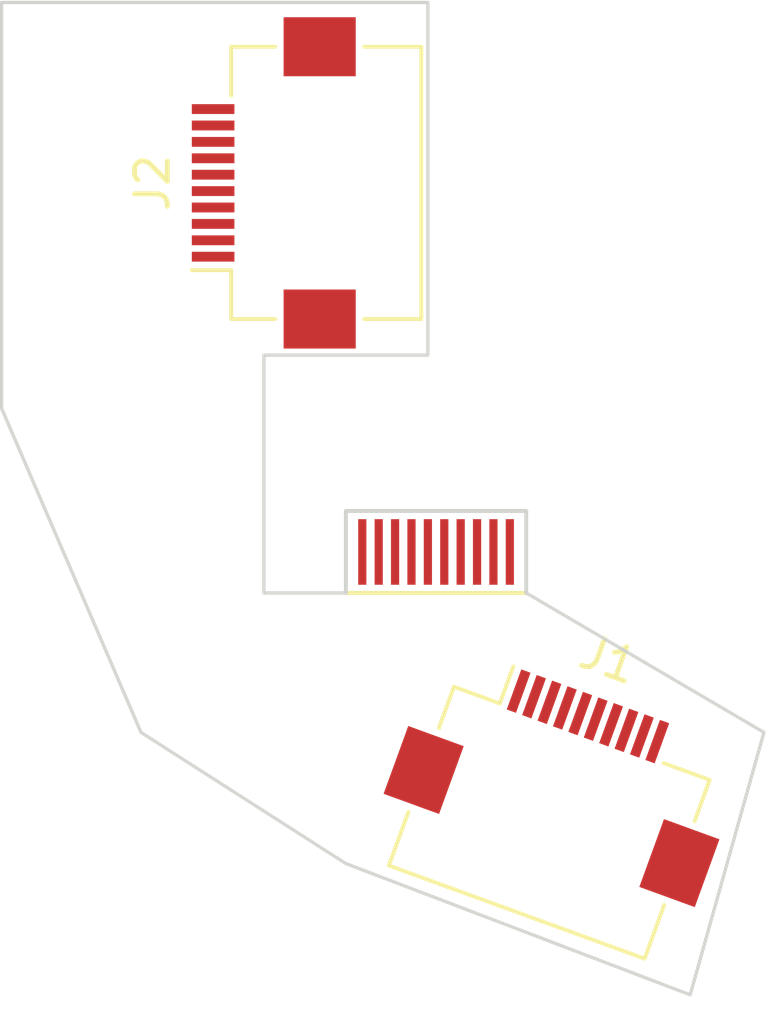
<source format=kicad_pcb>
(kicad_pcb (version 20211014) (generator pcbnew)
  (layers (0 "F.Cu" signal) (31 "B.Cu" signal) (34 "B.Paste" user) (35 "F.Paste" user) (36 "B.SilkS" user "B.Silkscreen") (37 "F.SilkS" user "F.Silkscreen") (38 "B.Mask" user) (39 "F.Mask" user) (44 "Edge.Cuts" user))
  (net 0 "")
  (net 1 "/P1")
  (net 2 "/P2")
  (net 3 "/P3")
  (net 4 "/P4")
  (net 5 "/P5")
  (net 6 "/P6")
  (net 7 "/P7")
  (net 8 "/P8")
  (net 9 "/P9")
  (net 10 "/P10")
  (footprint "consolizer:flex_short_10" (layer "F.Cu") (at 153.75 89)
    (fp_text reference "C1" hide)
    (fp_text value "trill-flex-conector_10")
    (fp_line (start -3 1.25) (end 2.5 1.25) (layer "F.SilkS") (width 0.12))
    (fp_line (start -3 -1.25) (end -3 1.25) (layer "Edge.Cuts") (width 0.12))
    (fp_line (start -2.75 -1.25) (end -3 -1.25) (layer "Edge.Cuts") (width 0.12))
    (fp_line (start 2.5 -1.25) (end 2.5 1.25) (layer "Edge.Cuts") (width 0.12))
    (fp_line (start 2.25 -1.25) (end 2.5 -1.25) (layer "Edge.Cuts") (width 0.12))
    (fp_line (start -2.75 -1.25) (end 2.25 -1.25) (layer "Edge.Cuts") (width 0.12))
    (pad "1" smd rect (at -2.5 0) (size 0.25 2) (layers "F.Cu" "F.Paste" "F.Mask") (net 1 "/P1"))
    (pad "2" smd rect (at -2 0) (size 0.25 2) (layers "F.Cu" "F.Paste" "F.Mask") (net 2 "/P2"))
    (pad "3" smd rect (at -1.5 0) (size 0.25 2) (layers "F.Cu" "F.Paste" "F.Mask") (net 3 "/P3"))
    (pad "4" smd rect (at -1 0) (size 0.25 2) (layers "F.Cu" "F.Paste" "F.Mask") (net 4 "/P4"))
    (pad "5" smd rect (at -0.5 0) (size 0.25 2) (layers "F.Cu" "F.Paste" "F.Mask") (net 5 "/P5"))
    (pad "6" smd rect (at 0 0) (size 0.25 2) (layers "F.Cu" "F.Paste" "F.Mask") (net 6 "/P6"))
    (pad "7" smd rect (at 0.5 0) (size 0.25 2) (layers "F.Cu" "F.Paste" "F.Mask") (net 7 "/P7"))
    (pad "8" smd rect (at 1 0) (size 0.25 2) (layers "F.Cu" "F.Paste" "F.Mask") (net 8 "/P8"))
    (pad "9" smd rect (at 1.5 0) (size 0.25 2) (layers "F.Cu" "F.Paste" "F.Mask") (net 9 "/P9"))
    (pad "10" smd rect (at 2 0) (size 0.25 2) (layers "F.Cu" "F.Paste" "F.Mask") (net 10 "/P10"))
  )
  (footprint "Connector_FFC-FPC:Hirose_FH12-10S-0.5SH_1x10-1MP_P0.50mm_Horizontal" (layer "F.Cu") (at 157.5 95.75 -20)
    (fp_text reference "J1" (at 0 -3.7 160) (layer "F.SilkS"))
    (fp_text value "Conn_01x10")
    (fp_line (start -2.66 -1.3) (end -4.15 -1.3) (layer "F.SilkS") (width 0.12))
    (fp_line (start -2.66 -1.3) (end -2.66 -2.5) (layer "F.SilkS") (width 0.12))
    (fp_line (start 4.15 4.5) (end 4.15 2.76) (layer "F.SilkS") (width 0.12))
    (fp_line (start -4.15 -1.3) (end -4.15 0.04) (layer "F.SilkS") (width 0.12))
    (fp_line (start -4.15 4.5) (end 4.15 4.5) (layer "F.SilkS") (width 0.12))
    (fp_line (start -4.15 2.76) (end -4.15 4.5) (layer "F.SilkS") (width 0.12))
    (fp_line (start 4.15 -1.3) (end 4.15 0.04) (layer "F.SilkS") (width 0.12))
    (fp_line (start 2.66 -1.3) (end 4.15 -1.3) (layer "F.SilkS") (width 0.12))
    (pad "1" smd rect (at -2.25 -1.85 340) (size 0.3 1.3) (layers "F.Cu" "F.Paste" "F.Mask") (net 1 "/P1"))
    (pad "2" smd rect (at -1.75 -1.85 340) (size 0.3 1.3) (layers "F.Cu" "F.Paste" "F.Mask") (net 2 "/P2"))
    (pad "3" smd rect (at -1.25 -1.85 340) (size 0.3 1.3) (layers "F.Cu" "F.Paste" "F.Mask") (net 3 "/P3"))
    (pad "4" smd rect (at -0.75 -1.85 340) (size 0.3 1.3) (layers "F.Cu" "F.Paste" "F.Mask") (net 4 "/P4"))
    (pad "5" smd rect (at -0.25 -1.85 340) (size 0.3 1.3) (layers "F.Cu" "F.Paste" "F.Mask") (net 5 "/P5"))
    (pad "6" smd rect (at 0.25 -1.85 340) (size 0.3 1.3) (layers "F.Cu" "F.Paste" "F.Mask") (net 6 "/P6"))
    (pad "7" smd rect (at 0.75 -1.85 340) (size 0.3 1.3) (layers "F.Cu" "F.Paste" "F.Mask") (net 7 "/P7"))
    (pad "8" smd rect (at 1.25 -1.85 340) (size 0.3 1.3) (layers "F.Cu" "F.Paste" "F.Mask") (net 8 "/P8"))
    (pad "9" smd rect (at 1.75 -1.85 340) (size 0.3 1.3) (layers "F.Cu" "F.Paste" "F.Mask") (net 9 "/P9"))
    (pad "10" smd rect (at 2.25 -1.85 340) (size 0.3 1.3) (layers "F.Cu" "F.Paste" "F.Mask") (net 10 "/P10"))
    (pad "MP" smd rect (at -4.15 1.4 340) (size 1.8 2.2) (layers "F.Cu" "F.Paste" "F.Mask"))
    (pad "MP" smd rect (at 4.15 1.4 340) (size 1.8 2.2) (layers "F.Cu" "F.Paste" "F.Mask"))
  )
  (footprint "Connector_FFC-FPC:Hirose_FH12-10S-0.5SH_1x10-1MP_P0.50mm_Horizontal" (layer "F.Cu") (at 148.55 77.75 90)
    (fp_text reference "J2" (at 0 -3.7 90) (layer "F.SilkS"))
    (fp_text value "Conn_01x10")
    (fp_line (start -2.66 -1.3) (end -2.66 -2.5) (layer "F.SilkS") (width 0.12))
    (fp_line (start -4.15 4.5) (end 4.15 4.5) (layer "F.SilkS") (width 0.12))
    (fp_line (start 2.66 -1.3) (end 4.15 -1.3) (layer "F.SilkS") (width 0.12))
    (fp_line (start -4.15 -1.3) (end -4.15 0.04) (layer "F.SilkS") (width 0.12))
    (fp_line (start 4.15 4.5) (end 4.15 2.76) (layer "F.SilkS") (width 0.12))
    (fp_line (start 4.15 -1.3) (end 4.15 0.04) (layer "F.SilkS") (width 0.12))
    (fp_line (start -2.66 -1.3) (end -4.15 -1.3) (layer "F.SilkS") (width 0.12))
    (fp_line (start -4.15 2.76) (end -4.15 4.5) (layer "F.SilkS") (width 0.12))
    (pad "1" smd rect (at -2.25 -1.85 90) (size 0.3 1.3) (layers "F.Cu" "F.Paste" "F.Mask") (net 1 "/P1"))
    (pad "2" smd rect (at -1.75 -1.85 90) (size 0.3 1.3) (layers "F.Cu" "F.Paste" "F.Mask") (net 2 "/P2"))
    (pad "3" smd rect (at -1.25 -1.85 90) (size 0.3 1.3) (layers "F.Cu" "F.Paste" "F.Mask") (net 3 "/P3"))
    (pad "4" smd rect (at -0.75 -1.85 90) (size 0.3 1.3) (layers "F.Cu" "F.Paste" "F.Mask") (net 4 "/P4"))
    (pad "5" smd rect (at -0.25 -1.85 90) (size 0.3 1.3) (layers "F.Cu" "F.Paste" "F.Mask") (net 5 "/P5"))
    (pad "6" smd rect (at 0.25 -1.85 90) (size 0.3 1.3) (layers "F.Cu" "F.Paste" "F.Mask") (net 6 "/P6"))
    (pad "7" smd rect (at 0.75 -1.85 90) (size 0.3 1.3) (layers "F.Cu" "F.Paste" "F.Mask") (net 7 "/P7"))
    (pad "8" smd rect (at 1.25 -1.85 90) (size 0.3 1.3) (layers "F.Cu" "F.Paste" "F.Mask") (net 8 "/P8"))
    (pad "9" smd rect (at 1.75 -1.85 90) (size 0.3 1.3) (layers "F.Cu" "F.Paste" "F.Mask") (net 9 "/P9"))
    (pad "10" smd rect (at 2.25 -1.85 90) (size 0.3 1.3) (layers "F.Cu" "F.Paste" "F.Mask") (net 10 "/P10"))
    (pad "MP" smd rect (at -4.15 1.4 90) (size 1.8 2.2) (layers "F.Cu" "F.Paste" "F.Mask"))
    (pad "MP" smd rect (at 4.15 1.4 90) (size 1.8 2.2) (layers "F.Cu" "F.Paste" "F.Mask"))
  )
  (gr_line (start 148.25 83) (end 153.25 83) (layer "Edge.Cuts") (width 0.1))
  (gr_line (start 163.5 94.5) (end 156.25 90.25) (layer "Edge.Cuts") (width 0.1))
  (gr_line (start 140.25 72.25) (end 140.25 84.625) (layer "Edge.Cuts") (width 0.1))
  (gr_line (start 153.25 72.25) (end 140.25 72.25) (layer "Edge.Cuts") (width 0.1))
  (gr_line (start 153.25 83) (end 153.25 72.25) (layer "Edge.Cuts") (width 0.1))
  (gr_line (start 148.25 90.25) (end 148.25 83) (layer "Edge.Cuts") (width 0.1))
  (gr_line (start 144.5 94.5) (end 140.25 84.625) (layer "Edge.Cuts") (width 0.1))
  (gr_line (start 150.75 98.5) (end 144.5 94.5) (layer "Edge.Cuts") (width 0.1))
  (gr_line (start 163.5 94.5) (end 161.25 102.5) (layer "Edge.Cuts") (width 0.1))
  (gr_line (start 161.25 102.5) (end 150.75 98.5) (layer "Edge.Cuts") (width 0.1))
  (gr_line (start 150.75 90.25) (end 148.25 90.25) (layer "Edge.Cuts") (width 0.1))
)
</source>
